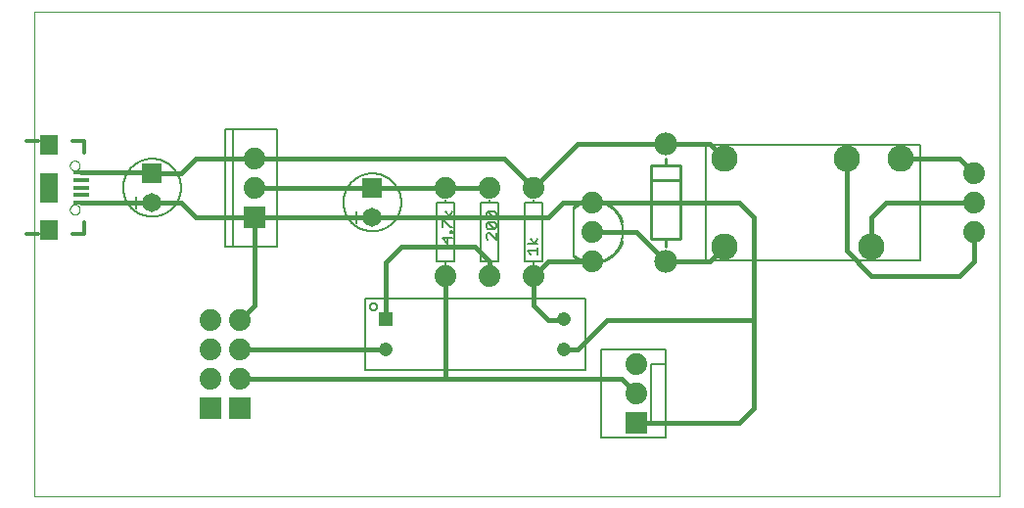
<source format=gtl>
G75*
%MOIN*%
%OFA0B0*%
%FSLAX25Y25*%
%IPPOS*%
%LPD*%
%AMOC8*
5,1,8,0,0,1.08239X$1,22.5*
%
%ADD10C,0.00000*%
%ADD11C,0.00800*%
%ADD12R,0.06500X0.06500*%
%ADD13C,0.06500*%
%ADD14R,0.07400X0.07400*%
%ADD15C,0.07400*%
%ADD16C,0.00500*%
%ADD17C,0.00080*%
%ADD18C,0.00600*%
%ADD19C,0.09000*%
%ADD20R,0.05709X0.01575*%
%ADD21C,0.01200*%
%ADD22R,0.05906X0.07087*%
%ADD23R,0.05906X0.09843*%
%ADD24C,0.01000*%
%ADD25C,0.07800*%
%ADD26R,0.04756X0.04756*%
%ADD27C,0.04756*%
%ADD28C,0.01600*%
D10*
X0016346Y0001000D02*
X0016346Y0165961D01*
X0345047Y0165961D01*
X0345047Y0001000D01*
X0016346Y0001000D01*
X0028335Y0098520D02*
X0028337Y0098601D01*
X0028343Y0098683D01*
X0028353Y0098764D01*
X0028367Y0098844D01*
X0028384Y0098923D01*
X0028406Y0099002D01*
X0028431Y0099079D01*
X0028460Y0099156D01*
X0028493Y0099230D01*
X0028530Y0099303D01*
X0028569Y0099374D01*
X0028613Y0099443D01*
X0028659Y0099510D01*
X0028709Y0099574D01*
X0028762Y0099636D01*
X0028818Y0099696D01*
X0028876Y0099752D01*
X0028938Y0099806D01*
X0029002Y0099857D01*
X0029068Y0099904D01*
X0029136Y0099948D01*
X0029207Y0099989D01*
X0029279Y0100026D01*
X0029354Y0100060D01*
X0029429Y0100090D01*
X0029507Y0100116D01*
X0029585Y0100139D01*
X0029664Y0100157D01*
X0029744Y0100172D01*
X0029825Y0100183D01*
X0029906Y0100190D01*
X0029988Y0100193D01*
X0030069Y0100192D01*
X0030150Y0100187D01*
X0030231Y0100178D01*
X0030312Y0100165D01*
X0030392Y0100148D01*
X0030470Y0100128D01*
X0030548Y0100103D01*
X0030625Y0100075D01*
X0030700Y0100043D01*
X0030773Y0100008D01*
X0030844Y0099969D01*
X0030914Y0099926D01*
X0030981Y0099881D01*
X0031047Y0099832D01*
X0031109Y0099780D01*
X0031169Y0099724D01*
X0031226Y0099666D01*
X0031281Y0099606D01*
X0031332Y0099542D01*
X0031380Y0099477D01*
X0031425Y0099409D01*
X0031467Y0099339D01*
X0031505Y0099267D01*
X0031540Y0099193D01*
X0031571Y0099118D01*
X0031598Y0099041D01*
X0031621Y0098963D01*
X0031641Y0098884D01*
X0031657Y0098804D01*
X0031669Y0098723D01*
X0031677Y0098642D01*
X0031681Y0098561D01*
X0031681Y0098479D01*
X0031677Y0098398D01*
X0031669Y0098317D01*
X0031657Y0098236D01*
X0031641Y0098156D01*
X0031621Y0098077D01*
X0031598Y0097999D01*
X0031571Y0097922D01*
X0031540Y0097847D01*
X0031505Y0097773D01*
X0031467Y0097701D01*
X0031425Y0097631D01*
X0031380Y0097563D01*
X0031332Y0097498D01*
X0031281Y0097434D01*
X0031226Y0097374D01*
X0031169Y0097316D01*
X0031109Y0097260D01*
X0031047Y0097208D01*
X0030981Y0097159D01*
X0030914Y0097114D01*
X0030845Y0097071D01*
X0030773Y0097032D01*
X0030700Y0096997D01*
X0030625Y0096965D01*
X0030548Y0096937D01*
X0030470Y0096912D01*
X0030392Y0096892D01*
X0030312Y0096875D01*
X0030231Y0096862D01*
X0030150Y0096853D01*
X0030069Y0096848D01*
X0029988Y0096847D01*
X0029906Y0096850D01*
X0029825Y0096857D01*
X0029744Y0096868D01*
X0029664Y0096883D01*
X0029585Y0096901D01*
X0029507Y0096924D01*
X0029429Y0096950D01*
X0029354Y0096980D01*
X0029279Y0097014D01*
X0029207Y0097051D01*
X0029136Y0097092D01*
X0029068Y0097136D01*
X0029002Y0097183D01*
X0028938Y0097234D01*
X0028876Y0097288D01*
X0028818Y0097344D01*
X0028762Y0097404D01*
X0028709Y0097466D01*
X0028659Y0097530D01*
X0028613Y0097597D01*
X0028569Y0097666D01*
X0028530Y0097737D01*
X0028493Y0097810D01*
X0028460Y0097884D01*
X0028431Y0097961D01*
X0028406Y0098038D01*
X0028384Y0098117D01*
X0028367Y0098196D01*
X0028353Y0098276D01*
X0028343Y0098357D01*
X0028337Y0098439D01*
X0028335Y0098520D01*
X0028335Y0113480D02*
X0028337Y0113561D01*
X0028343Y0113643D01*
X0028353Y0113724D01*
X0028367Y0113804D01*
X0028384Y0113883D01*
X0028406Y0113962D01*
X0028431Y0114039D01*
X0028460Y0114116D01*
X0028493Y0114190D01*
X0028530Y0114263D01*
X0028569Y0114334D01*
X0028613Y0114403D01*
X0028659Y0114470D01*
X0028709Y0114534D01*
X0028762Y0114596D01*
X0028818Y0114656D01*
X0028876Y0114712D01*
X0028938Y0114766D01*
X0029002Y0114817D01*
X0029068Y0114864D01*
X0029136Y0114908D01*
X0029207Y0114949D01*
X0029279Y0114986D01*
X0029354Y0115020D01*
X0029429Y0115050D01*
X0029507Y0115076D01*
X0029585Y0115099D01*
X0029664Y0115117D01*
X0029744Y0115132D01*
X0029825Y0115143D01*
X0029906Y0115150D01*
X0029988Y0115153D01*
X0030069Y0115152D01*
X0030150Y0115147D01*
X0030231Y0115138D01*
X0030312Y0115125D01*
X0030392Y0115108D01*
X0030470Y0115088D01*
X0030548Y0115063D01*
X0030625Y0115035D01*
X0030700Y0115003D01*
X0030773Y0114968D01*
X0030844Y0114929D01*
X0030914Y0114886D01*
X0030981Y0114841D01*
X0031047Y0114792D01*
X0031109Y0114740D01*
X0031169Y0114684D01*
X0031226Y0114626D01*
X0031281Y0114566D01*
X0031332Y0114502D01*
X0031380Y0114437D01*
X0031425Y0114369D01*
X0031467Y0114299D01*
X0031505Y0114227D01*
X0031540Y0114153D01*
X0031571Y0114078D01*
X0031598Y0114001D01*
X0031621Y0113923D01*
X0031641Y0113844D01*
X0031657Y0113764D01*
X0031669Y0113683D01*
X0031677Y0113602D01*
X0031681Y0113521D01*
X0031681Y0113439D01*
X0031677Y0113358D01*
X0031669Y0113277D01*
X0031657Y0113196D01*
X0031641Y0113116D01*
X0031621Y0113037D01*
X0031598Y0112959D01*
X0031571Y0112882D01*
X0031540Y0112807D01*
X0031505Y0112733D01*
X0031467Y0112661D01*
X0031425Y0112591D01*
X0031380Y0112523D01*
X0031332Y0112458D01*
X0031281Y0112394D01*
X0031226Y0112334D01*
X0031169Y0112276D01*
X0031109Y0112220D01*
X0031047Y0112168D01*
X0030981Y0112119D01*
X0030914Y0112074D01*
X0030845Y0112031D01*
X0030773Y0111992D01*
X0030700Y0111957D01*
X0030625Y0111925D01*
X0030548Y0111897D01*
X0030470Y0111872D01*
X0030392Y0111852D01*
X0030312Y0111835D01*
X0030231Y0111822D01*
X0030150Y0111813D01*
X0030069Y0111808D01*
X0029988Y0111807D01*
X0029906Y0111810D01*
X0029825Y0111817D01*
X0029744Y0111828D01*
X0029664Y0111843D01*
X0029585Y0111861D01*
X0029507Y0111884D01*
X0029429Y0111910D01*
X0029354Y0111940D01*
X0029279Y0111974D01*
X0029207Y0112011D01*
X0029136Y0112052D01*
X0029068Y0112096D01*
X0029002Y0112143D01*
X0028938Y0112194D01*
X0028876Y0112248D01*
X0028818Y0112304D01*
X0028762Y0112364D01*
X0028709Y0112426D01*
X0028659Y0112490D01*
X0028613Y0112557D01*
X0028569Y0112626D01*
X0028530Y0112697D01*
X0028493Y0112770D01*
X0028460Y0112844D01*
X0028431Y0112921D01*
X0028406Y0112998D01*
X0028384Y0113077D01*
X0028367Y0113156D01*
X0028353Y0113236D01*
X0028343Y0113317D01*
X0028337Y0113399D01*
X0028335Y0113480D01*
D11*
X0050846Y0103000D02*
X0050846Y0099000D01*
X0046503Y0106000D02*
X0046506Y0106242D01*
X0046515Y0106483D01*
X0046530Y0106724D01*
X0046550Y0106965D01*
X0046577Y0107205D01*
X0046610Y0107444D01*
X0046648Y0107683D01*
X0046692Y0107920D01*
X0046742Y0108157D01*
X0046798Y0108392D01*
X0046860Y0108625D01*
X0046927Y0108857D01*
X0047000Y0109088D01*
X0047078Y0109316D01*
X0047163Y0109542D01*
X0047252Y0109767D01*
X0047347Y0109989D01*
X0047448Y0110208D01*
X0047554Y0110426D01*
X0047665Y0110640D01*
X0047782Y0110852D01*
X0047903Y0111060D01*
X0048030Y0111266D01*
X0048162Y0111468D01*
X0048299Y0111668D01*
X0048440Y0111863D01*
X0048586Y0112056D01*
X0048737Y0112244D01*
X0048893Y0112429D01*
X0049053Y0112610D01*
X0049217Y0112787D01*
X0049386Y0112960D01*
X0049559Y0113129D01*
X0049736Y0113293D01*
X0049917Y0113453D01*
X0050102Y0113609D01*
X0050290Y0113760D01*
X0050483Y0113906D01*
X0050678Y0114047D01*
X0050878Y0114184D01*
X0051080Y0114316D01*
X0051286Y0114443D01*
X0051494Y0114564D01*
X0051706Y0114681D01*
X0051920Y0114792D01*
X0052138Y0114898D01*
X0052357Y0114999D01*
X0052579Y0115094D01*
X0052804Y0115183D01*
X0053030Y0115268D01*
X0053258Y0115346D01*
X0053489Y0115419D01*
X0053721Y0115486D01*
X0053954Y0115548D01*
X0054189Y0115604D01*
X0054426Y0115654D01*
X0054663Y0115698D01*
X0054902Y0115736D01*
X0055141Y0115769D01*
X0055381Y0115796D01*
X0055622Y0115816D01*
X0055863Y0115831D01*
X0056104Y0115840D01*
X0056346Y0115843D01*
X0056588Y0115840D01*
X0056829Y0115831D01*
X0057070Y0115816D01*
X0057311Y0115796D01*
X0057551Y0115769D01*
X0057790Y0115736D01*
X0058029Y0115698D01*
X0058266Y0115654D01*
X0058503Y0115604D01*
X0058738Y0115548D01*
X0058971Y0115486D01*
X0059203Y0115419D01*
X0059434Y0115346D01*
X0059662Y0115268D01*
X0059888Y0115183D01*
X0060113Y0115094D01*
X0060335Y0114999D01*
X0060554Y0114898D01*
X0060772Y0114792D01*
X0060986Y0114681D01*
X0061198Y0114564D01*
X0061406Y0114443D01*
X0061612Y0114316D01*
X0061814Y0114184D01*
X0062014Y0114047D01*
X0062209Y0113906D01*
X0062402Y0113760D01*
X0062590Y0113609D01*
X0062775Y0113453D01*
X0062956Y0113293D01*
X0063133Y0113129D01*
X0063306Y0112960D01*
X0063475Y0112787D01*
X0063639Y0112610D01*
X0063799Y0112429D01*
X0063955Y0112244D01*
X0064106Y0112056D01*
X0064252Y0111863D01*
X0064393Y0111668D01*
X0064530Y0111468D01*
X0064662Y0111266D01*
X0064789Y0111060D01*
X0064910Y0110852D01*
X0065027Y0110640D01*
X0065138Y0110426D01*
X0065244Y0110208D01*
X0065345Y0109989D01*
X0065440Y0109767D01*
X0065529Y0109542D01*
X0065614Y0109316D01*
X0065692Y0109088D01*
X0065765Y0108857D01*
X0065832Y0108625D01*
X0065894Y0108392D01*
X0065950Y0108157D01*
X0066000Y0107920D01*
X0066044Y0107683D01*
X0066082Y0107444D01*
X0066115Y0107205D01*
X0066142Y0106965D01*
X0066162Y0106724D01*
X0066177Y0106483D01*
X0066186Y0106242D01*
X0066189Y0106000D01*
X0066186Y0105758D01*
X0066177Y0105517D01*
X0066162Y0105276D01*
X0066142Y0105035D01*
X0066115Y0104795D01*
X0066082Y0104556D01*
X0066044Y0104317D01*
X0066000Y0104080D01*
X0065950Y0103843D01*
X0065894Y0103608D01*
X0065832Y0103375D01*
X0065765Y0103143D01*
X0065692Y0102912D01*
X0065614Y0102684D01*
X0065529Y0102458D01*
X0065440Y0102233D01*
X0065345Y0102011D01*
X0065244Y0101792D01*
X0065138Y0101574D01*
X0065027Y0101360D01*
X0064910Y0101148D01*
X0064789Y0100940D01*
X0064662Y0100734D01*
X0064530Y0100532D01*
X0064393Y0100332D01*
X0064252Y0100137D01*
X0064106Y0099944D01*
X0063955Y0099756D01*
X0063799Y0099571D01*
X0063639Y0099390D01*
X0063475Y0099213D01*
X0063306Y0099040D01*
X0063133Y0098871D01*
X0062956Y0098707D01*
X0062775Y0098547D01*
X0062590Y0098391D01*
X0062402Y0098240D01*
X0062209Y0098094D01*
X0062014Y0097953D01*
X0061814Y0097816D01*
X0061612Y0097684D01*
X0061406Y0097557D01*
X0061198Y0097436D01*
X0060986Y0097319D01*
X0060772Y0097208D01*
X0060554Y0097102D01*
X0060335Y0097001D01*
X0060113Y0096906D01*
X0059888Y0096817D01*
X0059662Y0096732D01*
X0059434Y0096654D01*
X0059203Y0096581D01*
X0058971Y0096514D01*
X0058738Y0096452D01*
X0058503Y0096396D01*
X0058266Y0096346D01*
X0058029Y0096302D01*
X0057790Y0096264D01*
X0057551Y0096231D01*
X0057311Y0096204D01*
X0057070Y0096184D01*
X0056829Y0096169D01*
X0056588Y0096160D01*
X0056346Y0096157D01*
X0056104Y0096160D01*
X0055863Y0096169D01*
X0055622Y0096184D01*
X0055381Y0096204D01*
X0055141Y0096231D01*
X0054902Y0096264D01*
X0054663Y0096302D01*
X0054426Y0096346D01*
X0054189Y0096396D01*
X0053954Y0096452D01*
X0053721Y0096514D01*
X0053489Y0096581D01*
X0053258Y0096654D01*
X0053030Y0096732D01*
X0052804Y0096817D01*
X0052579Y0096906D01*
X0052357Y0097001D01*
X0052138Y0097102D01*
X0051920Y0097208D01*
X0051706Y0097319D01*
X0051494Y0097436D01*
X0051286Y0097557D01*
X0051080Y0097684D01*
X0050878Y0097816D01*
X0050678Y0097953D01*
X0050483Y0098094D01*
X0050290Y0098240D01*
X0050102Y0098391D01*
X0049917Y0098547D01*
X0049736Y0098707D01*
X0049559Y0098871D01*
X0049386Y0099040D01*
X0049217Y0099213D01*
X0049053Y0099390D01*
X0048893Y0099571D01*
X0048737Y0099756D01*
X0048586Y0099944D01*
X0048440Y0100137D01*
X0048299Y0100332D01*
X0048162Y0100532D01*
X0048030Y0100734D01*
X0047903Y0100940D01*
X0047782Y0101148D01*
X0047665Y0101360D01*
X0047554Y0101574D01*
X0047448Y0101792D01*
X0047347Y0102011D01*
X0047252Y0102233D01*
X0047163Y0102458D01*
X0047078Y0102684D01*
X0047000Y0102912D01*
X0046927Y0103143D01*
X0046860Y0103375D01*
X0046798Y0103608D01*
X0046742Y0103843D01*
X0046692Y0104080D01*
X0046648Y0104317D01*
X0046610Y0104556D01*
X0046577Y0104795D01*
X0046550Y0105035D01*
X0046530Y0105276D01*
X0046515Y0105517D01*
X0046506Y0105758D01*
X0046503Y0106000D01*
X0081346Y0086000D02*
X0081346Y0126000D01*
X0083846Y0126000D01*
X0083846Y0086000D01*
X0081346Y0086000D01*
X0083846Y0086000D02*
X0098846Y0086000D01*
X0098846Y0126000D01*
X0083846Y0126000D01*
X0121503Y0101000D02*
X0121506Y0101242D01*
X0121515Y0101483D01*
X0121530Y0101724D01*
X0121550Y0101965D01*
X0121577Y0102205D01*
X0121610Y0102444D01*
X0121648Y0102683D01*
X0121692Y0102920D01*
X0121742Y0103157D01*
X0121798Y0103392D01*
X0121860Y0103625D01*
X0121927Y0103857D01*
X0122000Y0104088D01*
X0122078Y0104316D01*
X0122163Y0104542D01*
X0122252Y0104767D01*
X0122347Y0104989D01*
X0122448Y0105208D01*
X0122554Y0105426D01*
X0122665Y0105640D01*
X0122782Y0105852D01*
X0122903Y0106060D01*
X0123030Y0106266D01*
X0123162Y0106468D01*
X0123299Y0106668D01*
X0123440Y0106863D01*
X0123586Y0107056D01*
X0123737Y0107244D01*
X0123893Y0107429D01*
X0124053Y0107610D01*
X0124217Y0107787D01*
X0124386Y0107960D01*
X0124559Y0108129D01*
X0124736Y0108293D01*
X0124917Y0108453D01*
X0125102Y0108609D01*
X0125290Y0108760D01*
X0125483Y0108906D01*
X0125678Y0109047D01*
X0125878Y0109184D01*
X0126080Y0109316D01*
X0126286Y0109443D01*
X0126494Y0109564D01*
X0126706Y0109681D01*
X0126920Y0109792D01*
X0127138Y0109898D01*
X0127357Y0109999D01*
X0127579Y0110094D01*
X0127804Y0110183D01*
X0128030Y0110268D01*
X0128258Y0110346D01*
X0128489Y0110419D01*
X0128721Y0110486D01*
X0128954Y0110548D01*
X0129189Y0110604D01*
X0129426Y0110654D01*
X0129663Y0110698D01*
X0129902Y0110736D01*
X0130141Y0110769D01*
X0130381Y0110796D01*
X0130622Y0110816D01*
X0130863Y0110831D01*
X0131104Y0110840D01*
X0131346Y0110843D01*
X0131588Y0110840D01*
X0131829Y0110831D01*
X0132070Y0110816D01*
X0132311Y0110796D01*
X0132551Y0110769D01*
X0132790Y0110736D01*
X0133029Y0110698D01*
X0133266Y0110654D01*
X0133503Y0110604D01*
X0133738Y0110548D01*
X0133971Y0110486D01*
X0134203Y0110419D01*
X0134434Y0110346D01*
X0134662Y0110268D01*
X0134888Y0110183D01*
X0135113Y0110094D01*
X0135335Y0109999D01*
X0135554Y0109898D01*
X0135772Y0109792D01*
X0135986Y0109681D01*
X0136198Y0109564D01*
X0136406Y0109443D01*
X0136612Y0109316D01*
X0136814Y0109184D01*
X0137014Y0109047D01*
X0137209Y0108906D01*
X0137402Y0108760D01*
X0137590Y0108609D01*
X0137775Y0108453D01*
X0137956Y0108293D01*
X0138133Y0108129D01*
X0138306Y0107960D01*
X0138475Y0107787D01*
X0138639Y0107610D01*
X0138799Y0107429D01*
X0138955Y0107244D01*
X0139106Y0107056D01*
X0139252Y0106863D01*
X0139393Y0106668D01*
X0139530Y0106468D01*
X0139662Y0106266D01*
X0139789Y0106060D01*
X0139910Y0105852D01*
X0140027Y0105640D01*
X0140138Y0105426D01*
X0140244Y0105208D01*
X0140345Y0104989D01*
X0140440Y0104767D01*
X0140529Y0104542D01*
X0140614Y0104316D01*
X0140692Y0104088D01*
X0140765Y0103857D01*
X0140832Y0103625D01*
X0140894Y0103392D01*
X0140950Y0103157D01*
X0141000Y0102920D01*
X0141044Y0102683D01*
X0141082Y0102444D01*
X0141115Y0102205D01*
X0141142Y0101965D01*
X0141162Y0101724D01*
X0141177Y0101483D01*
X0141186Y0101242D01*
X0141189Y0101000D01*
X0141186Y0100758D01*
X0141177Y0100517D01*
X0141162Y0100276D01*
X0141142Y0100035D01*
X0141115Y0099795D01*
X0141082Y0099556D01*
X0141044Y0099317D01*
X0141000Y0099080D01*
X0140950Y0098843D01*
X0140894Y0098608D01*
X0140832Y0098375D01*
X0140765Y0098143D01*
X0140692Y0097912D01*
X0140614Y0097684D01*
X0140529Y0097458D01*
X0140440Y0097233D01*
X0140345Y0097011D01*
X0140244Y0096792D01*
X0140138Y0096574D01*
X0140027Y0096360D01*
X0139910Y0096148D01*
X0139789Y0095940D01*
X0139662Y0095734D01*
X0139530Y0095532D01*
X0139393Y0095332D01*
X0139252Y0095137D01*
X0139106Y0094944D01*
X0138955Y0094756D01*
X0138799Y0094571D01*
X0138639Y0094390D01*
X0138475Y0094213D01*
X0138306Y0094040D01*
X0138133Y0093871D01*
X0137956Y0093707D01*
X0137775Y0093547D01*
X0137590Y0093391D01*
X0137402Y0093240D01*
X0137209Y0093094D01*
X0137014Y0092953D01*
X0136814Y0092816D01*
X0136612Y0092684D01*
X0136406Y0092557D01*
X0136198Y0092436D01*
X0135986Y0092319D01*
X0135772Y0092208D01*
X0135554Y0092102D01*
X0135335Y0092001D01*
X0135113Y0091906D01*
X0134888Y0091817D01*
X0134662Y0091732D01*
X0134434Y0091654D01*
X0134203Y0091581D01*
X0133971Y0091514D01*
X0133738Y0091452D01*
X0133503Y0091396D01*
X0133266Y0091346D01*
X0133029Y0091302D01*
X0132790Y0091264D01*
X0132551Y0091231D01*
X0132311Y0091204D01*
X0132070Y0091184D01*
X0131829Y0091169D01*
X0131588Y0091160D01*
X0131346Y0091157D01*
X0131104Y0091160D01*
X0130863Y0091169D01*
X0130622Y0091184D01*
X0130381Y0091204D01*
X0130141Y0091231D01*
X0129902Y0091264D01*
X0129663Y0091302D01*
X0129426Y0091346D01*
X0129189Y0091396D01*
X0128954Y0091452D01*
X0128721Y0091514D01*
X0128489Y0091581D01*
X0128258Y0091654D01*
X0128030Y0091732D01*
X0127804Y0091817D01*
X0127579Y0091906D01*
X0127357Y0092001D01*
X0127138Y0092102D01*
X0126920Y0092208D01*
X0126706Y0092319D01*
X0126494Y0092436D01*
X0126286Y0092557D01*
X0126080Y0092684D01*
X0125878Y0092816D01*
X0125678Y0092953D01*
X0125483Y0093094D01*
X0125290Y0093240D01*
X0125102Y0093391D01*
X0124917Y0093547D01*
X0124736Y0093707D01*
X0124559Y0093871D01*
X0124386Y0094040D01*
X0124217Y0094213D01*
X0124053Y0094390D01*
X0123893Y0094571D01*
X0123737Y0094756D01*
X0123586Y0094944D01*
X0123440Y0095137D01*
X0123299Y0095332D01*
X0123162Y0095532D01*
X0123030Y0095734D01*
X0122903Y0095940D01*
X0122782Y0096148D01*
X0122665Y0096360D01*
X0122554Y0096574D01*
X0122448Y0096792D01*
X0122347Y0097011D01*
X0122252Y0097233D01*
X0122163Y0097458D01*
X0122078Y0097684D01*
X0122000Y0097912D01*
X0121927Y0098143D01*
X0121860Y0098375D01*
X0121798Y0098608D01*
X0121742Y0098843D01*
X0121692Y0099080D01*
X0121648Y0099317D01*
X0121610Y0099556D01*
X0121577Y0099795D01*
X0121550Y0100035D01*
X0121530Y0100276D01*
X0121515Y0100517D01*
X0121506Y0100758D01*
X0121503Y0101000D01*
X0125846Y0098000D02*
X0125846Y0094000D01*
X0153346Y0101000D02*
X0153346Y0081000D01*
X0156346Y0081000D01*
X0156346Y0080000D01*
X0156346Y0081000D02*
X0159346Y0081000D01*
X0159346Y0101000D01*
X0156346Y0101000D01*
X0156346Y0102000D01*
X0156346Y0101000D02*
X0153346Y0101000D01*
X0168346Y0101000D02*
X0171346Y0101000D01*
X0171346Y0102000D01*
X0171346Y0101000D02*
X0174346Y0101000D01*
X0174346Y0081000D01*
X0171346Y0081000D01*
X0171346Y0080000D01*
X0171346Y0081000D02*
X0168346Y0081000D01*
X0168346Y0101000D01*
X0183346Y0101000D02*
X0186346Y0101000D01*
X0186346Y0102000D01*
X0186346Y0101000D02*
X0189346Y0101000D01*
X0189346Y0081000D01*
X0186346Y0081000D01*
X0186346Y0080000D01*
X0186346Y0081000D02*
X0183346Y0081000D01*
X0183346Y0101000D01*
X0199846Y0099246D02*
X0199846Y0082754D01*
X0216346Y0088500D02*
X0216403Y0088775D01*
X0216454Y0089052D01*
X0216498Y0089330D01*
X0216536Y0089608D01*
X0216566Y0089888D01*
X0216590Y0090168D01*
X0216607Y0090449D01*
X0216617Y0090730D01*
X0216620Y0091011D01*
X0216616Y0091292D01*
X0216606Y0091573D01*
X0216588Y0091854D01*
X0216564Y0092134D01*
X0216533Y0092413D01*
X0216495Y0092692D01*
X0216450Y0092970D01*
X0216399Y0093246D01*
X0216341Y0093521D01*
X0216276Y0093795D01*
X0216204Y0094067D01*
X0216126Y0094337D01*
X0216042Y0094605D01*
X0215950Y0094871D01*
X0215853Y0095135D01*
X0215749Y0095396D01*
X0215638Y0095655D01*
X0215521Y0095911D01*
X0215398Y0096164D01*
X0215269Y0096413D01*
X0215134Y0096660D01*
X0214993Y0096903D01*
X0214846Y0097143D01*
X0214693Y0097379D01*
X0214535Y0097611D01*
X0214371Y0097840D01*
X0214201Y0098064D01*
X0214026Y0098284D01*
X0213846Y0098500D01*
X0216346Y0088500D02*
X0216281Y0088225D01*
X0216210Y0087952D01*
X0216132Y0087681D01*
X0216047Y0087411D01*
X0215956Y0087144D01*
X0215858Y0086879D01*
X0215754Y0086617D01*
X0215643Y0086357D01*
X0215527Y0086100D01*
X0215403Y0085846D01*
X0215274Y0085595D01*
X0215139Y0085348D01*
X0214997Y0085103D01*
X0214850Y0084863D01*
X0214696Y0084626D01*
X0214537Y0084392D01*
X0214373Y0084163D01*
X0214202Y0083938D01*
X0214027Y0083717D01*
X0213846Y0083500D01*
X0216346Y0088500D02*
X0216403Y0088774D01*
X0216454Y0089049D01*
X0216498Y0089326D01*
X0216535Y0089603D01*
X0216566Y0089882D01*
X0216589Y0090161D01*
X0216606Y0090440D01*
X0216617Y0090720D01*
X0216620Y0091000D01*
X0216617Y0091280D01*
X0216606Y0091560D01*
X0216589Y0091839D01*
X0216566Y0092118D01*
X0216535Y0092397D01*
X0216498Y0092674D01*
X0216454Y0092951D01*
X0216403Y0093226D01*
X0216346Y0093500D01*
X0245008Y0081315D02*
X0317843Y0081315D01*
X0317843Y0120685D01*
X0245008Y0120685D01*
X0245008Y0081315D01*
X0203748Y0068205D02*
X0203748Y0043795D01*
X0128945Y0043795D01*
X0128945Y0068205D01*
X0203748Y0068205D01*
X0130456Y0065449D02*
X0130458Y0065519D01*
X0130464Y0065590D01*
X0130474Y0065659D01*
X0130488Y0065728D01*
X0130506Y0065797D01*
X0130527Y0065864D01*
X0130552Y0065930D01*
X0130581Y0065994D01*
X0130614Y0066056D01*
X0130650Y0066117D01*
X0130690Y0066175D01*
X0130732Y0066231D01*
X0130778Y0066285D01*
X0130827Y0066336D01*
X0130878Y0066384D01*
X0130933Y0066429D01*
X0130989Y0066471D01*
X0131048Y0066509D01*
X0131109Y0066544D01*
X0131172Y0066576D01*
X0131237Y0066604D01*
X0131303Y0066629D01*
X0131370Y0066649D01*
X0131439Y0066666D01*
X0131508Y0066679D01*
X0131578Y0066688D01*
X0131648Y0066693D01*
X0131719Y0066694D01*
X0131789Y0066691D01*
X0131859Y0066684D01*
X0131929Y0066673D01*
X0131998Y0066658D01*
X0132066Y0066639D01*
X0132132Y0066617D01*
X0132198Y0066591D01*
X0132262Y0066561D01*
X0132324Y0066527D01*
X0132384Y0066490D01*
X0132441Y0066450D01*
X0132497Y0066406D01*
X0132550Y0066360D01*
X0132600Y0066310D01*
X0132647Y0066258D01*
X0132691Y0066203D01*
X0132732Y0066146D01*
X0132770Y0066087D01*
X0132805Y0066025D01*
X0132835Y0065962D01*
X0132863Y0065897D01*
X0132886Y0065830D01*
X0132906Y0065763D01*
X0132922Y0065694D01*
X0132934Y0065625D01*
X0132942Y0065555D01*
X0132946Y0065484D01*
X0132946Y0065414D01*
X0132942Y0065343D01*
X0132934Y0065273D01*
X0132922Y0065204D01*
X0132906Y0065135D01*
X0132886Y0065068D01*
X0132863Y0065001D01*
X0132835Y0064936D01*
X0132805Y0064873D01*
X0132770Y0064811D01*
X0132732Y0064752D01*
X0132691Y0064695D01*
X0132647Y0064640D01*
X0132600Y0064588D01*
X0132550Y0064538D01*
X0132497Y0064492D01*
X0132441Y0064448D01*
X0132384Y0064408D01*
X0132323Y0064371D01*
X0132262Y0064337D01*
X0132198Y0064307D01*
X0132132Y0064281D01*
X0132066Y0064259D01*
X0131998Y0064240D01*
X0131929Y0064225D01*
X0131859Y0064214D01*
X0131789Y0064207D01*
X0131719Y0064204D01*
X0131648Y0064205D01*
X0131578Y0064210D01*
X0131508Y0064219D01*
X0131439Y0064232D01*
X0131370Y0064249D01*
X0131303Y0064269D01*
X0131237Y0064294D01*
X0131172Y0064322D01*
X0131109Y0064354D01*
X0131048Y0064389D01*
X0130989Y0064427D01*
X0130933Y0064469D01*
X0130878Y0064514D01*
X0130827Y0064562D01*
X0130778Y0064613D01*
X0130732Y0064667D01*
X0130690Y0064723D01*
X0130650Y0064781D01*
X0130614Y0064842D01*
X0130581Y0064904D01*
X0130552Y0064968D01*
X0130527Y0065034D01*
X0130506Y0065101D01*
X0130488Y0065170D01*
X0130474Y0065239D01*
X0130464Y0065308D01*
X0130458Y0065379D01*
X0130456Y0065449D01*
D12*
X0131346Y0106000D03*
X0056346Y0111000D03*
D13*
X0056346Y0101000D03*
X0131346Y0096000D03*
D14*
X0091346Y0096000D03*
X0086346Y0031000D03*
X0076346Y0031000D03*
X0221346Y0026000D03*
D15*
X0221346Y0036000D03*
X0221346Y0046000D03*
X0186346Y0076000D03*
X0171346Y0076000D03*
X0156346Y0076000D03*
X0206346Y0081000D03*
X0206346Y0091000D03*
X0206346Y0101000D03*
X0186346Y0106000D03*
X0171346Y0106000D03*
X0156346Y0106000D03*
X0091346Y0106000D03*
X0091346Y0116000D03*
X0086346Y0061000D03*
X0076346Y0061000D03*
X0076346Y0051000D03*
X0086346Y0051000D03*
X0086346Y0041000D03*
X0076346Y0041000D03*
X0336346Y0091000D03*
X0336346Y0101000D03*
X0336346Y0111000D03*
D16*
X0231346Y0051000D02*
X0231346Y0046000D01*
X0226346Y0046000D01*
X0226346Y0026000D01*
X0231346Y0026000D01*
X0231346Y0021000D01*
X0209346Y0021000D01*
X0209346Y0051000D01*
X0231346Y0051000D01*
X0231346Y0046000D02*
X0231346Y0026000D01*
D17*
X0216711Y0094239D02*
X0216023Y0094027D01*
X0216023Y0094028D02*
X0215947Y0094263D01*
X0215864Y0094497D01*
X0215776Y0094729D01*
X0215682Y0094958D01*
X0215582Y0095185D01*
X0215477Y0095409D01*
X0215367Y0095631D01*
X0215251Y0095850D01*
X0215129Y0096067D01*
X0215003Y0096280D01*
X0214871Y0096490D01*
X0214735Y0096697D01*
X0214593Y0096900D01*
X0214446Y0097100D01*
X0214295Y0097296D01*
X0214138Y0097488D01*
X0213977Y0097677D01*
X0213812Y0097861D01*
X0213642Y0098042D01*
X0213468Y0098218D01*
X0213289Y0098390D01*
X0213107Y0098557D01*
X0212920Y0098720D01*
X0212729Y0098879D01*
X0212535Y0099032D01*
X0212336Y0099181D01*
X0212135Y0099325D01*
X0211929Y0099464D01*
X0211721Y0099598D01*
X0211509Y0099727D01*
X0211294Y0099851D01*
X0211076Y0099969D01*
X0210856Y0100082D01*
X0210632Y0100189D01*
X0210407Y0100291D01*
X0210178Y0100388D01*
X0209948Y0100479D01*
X0209715Y0100564D01*
X0209480Y0100643D01*
X0209243Y0100717D01*
X0209005Y0100785D01*
X0208765Y0100847D01*
X0208524Y0100903D01*
X0208281Y0100954D01*
X0208037Y0100998D01*
X0207792Y0101036D01*
X0207546Y0101069D01*
X0207300Y0101095D01*
X0207053Y0101115D01*
X0206806Y0101130D01*
X0206558Y0101138D01*
X0206310Y0101140D01*
X0206062Y0101136D01*
X0205814Y0101126D01*
X0205567Y0101110D01*
X0205320Y0101088D01*
X0205074Y0101060D01*
X0204828Y0101026D01*
X0204584Y0100986D01*
X0204340Y0100940D01*
X0204098Y0100888D01*
X0203857Y0100830D01*
X0203617Y0100766D01*
X0203380Y0100696D01*
X0203143Y0100621D01*
X0202909Y0100540D01*
X0202677Y0100453D01*
X0202447Y0100360D01*
X0202219Y0100262D01*
X0201994Y0100159D01*
X0201772Y0100050D01*
X0201552Y0099935D01*
X0201335Y0099815D01*
X0201121Y0099690D01*
X0200910Y0099560D01*
X0200703Y0099424D01*
X0200498Y0099284D01*
X0200298Y0099139D01*
X0200100Y0098988D01*
X0199655Y0099553D01*
X0199655Y0099554D01*
X0199866Y0099715D01*
X0200081Y0099871D01*
X0200300Y0100021D01*
X0200522Y0100166D01*
X0200748Y0100306D01*
X0200977Y0100440D01*
X0201209Y0100568D01*
X0201445Y0100691D01*
X0201683Y0100808D01*
X0201925Y0100919D01*
X0202168Y0101024D01*
X0202415Y0101123D01*
X0202663Y0101217D01*
X0202914Y0101304D01*
X0203167Y0101384D01*
X0203422Y0101459D01*
X0203679Y0101527D01*
X0203937Y0101589D01*
X0204196Y0101645D01*
X0204457Y0101695D01*
X0204719Y0101737D01*
X0204982Y0101774D01*
X0205246Y0101804D01*
X0205511Y0101828D01*
X0205776Y0101845D01*
X0206041Y0101856D01*
X0206306Y0101860D01*
X0206572Y0101858D01*
X0206837Y0101849D01*
X0207103Y0101834D01*
X0207367Y0101812D01*
X0207631Y0101784D01*
X0207894Y0101749D01*
X0208157Y0101708D01*
X0208418Y0101660D01*
X0208678Y0101607D01*
X0208937Y0101546D01*
X0209194Y0101480D01*
X0209449Y0101407D01*
X0209703Y0101328D01*
X0209954Y0101243D01*
X0210204Y0101152D01*
X0210451Y0101054D01*
X0210695Y0100951D01*
X0210937Y0100842D01*
X0211176Y0100727D01*
X0211413Y0100606D01*
X0211646Y0100479D01*
X0211876Y0100346D01*
X0212103Y0100208D01*
X0212327Y0100065D01*
X0212546Y0099916D01*
X0212763Y0099762D01*
X0212975Y0099602D01*
X0213183Y0099438D01*
X0213387Y0099268D01*
X0213587Y0099093D01*
X0213783Y0098914D01*
X0213974Y0098730D01*
X0214161Y0098541D01*
X0214343Y0098347D01*
X0214520Y0098150D01*
X0214693Y0097948D01*
X0214860Y0097742D01*
X0215022Y0097531D01*
X0215180Y0097317D01*
X0215331Y0097099D01*
X0215478Y0096878D01*
X0215619Y0096653D01*
X0215754Y0096425D01*
X0215884Y0096193D01*
X0216008Y0095958D01*
X0216126Y0095720D01*
X0216239Y0095480D01*
X0216346Y0095237D01*
X0216446Y0094991D01*
X0216541Y0094743D01*
X0216629Y0094492D01*
X0216711Y0094240D01*
X0216640Y0094218D01*
X0216558Y0094469D01*
X0216470Y0094717D01*
X0216376Y0094964D01*
X0216276Y0095208D01*
X0216171Y0095449D01*
X0216059Y0095688D01*
X0215941Y0095924D01*
X0215818Y0096157D01*
X0215689Y0096387D01*
X0215555Y0096614D01*
X0215415Y0096838D01*
X0215269Y0097057D01*
X0215118Y0097274D01*
X0214962Y0097486D01*
X0214801Y0097695D01*
X0214635Y0097900D01*
X0214464Y0098100D01*
X0214288Y0098297D01*
X0214107Y0098489D01*
X0213922Y0098676D01*
X0213732Y0098859D01*
X0213537Y0099037D01*
X0213339Y0099211D01*
X0213136Y0099379D01*
X0212929Y0099543D01*
X0212718Y0099701D01*
X0212504Y0099854D01*
X0212285Y0100002D01*
X0212063Y0100145D01*
X0211838Y0100282D01*
X0211609Y0100413D01*
X0211378Y0100539D01*
X0211143Y0100659D01*
X0210905Y0100774D01*
X0210665Y0100882D01*
X0210422Y0100985D01*
X0210177Y0101082D01*
X0209929Y0101172D01*
X0209680Y0101257D01*
X0209428Y0101335D01*
X0209174Y0101408D01*
X0208919Y0101474D01*
X0208662Y0101533D01*
X0208404Y0101587D01*
X0208144Y0101634D01*
X0207884Y0101675D01*
X0207622Y0101709D01*
X0207360Y0101737D01*
X0207097Y0101759D01*
X0206834Y0101774D01*
X0206571Y0101783D01*
X0206307Y0101785D01*
X0206043Y0101781D01*
X0205780Y0101770D01*
X0205517Y0101753D01*
X0205254Y0101730D01*
X0204992Y0101700D01*
X0204731Y0101663D01*
X0204471Y0101621D01*
X0204211Y0101572D01*
X0203954Y0101516D01*
X0203697Y0101455D01*
X0203442Y0101387D01*
X0203189Y0101313D01*
X0202938Y0101232D01*
X0202689Y0101146D01*
X0202442Y0101054D01*
X0202197Y0100955D01*
X0201955Y0100851D01*
X0201716Y0100740D01*
X0201479Y0100624D01*
X0201245Y0100502D01*
X0201014Y0100375D01*
X0200787Y0100242D01*
X0200562Y0100103D01*
X0200342Y0099959D01*
X0200124Y0099810D01*
X0199911Y0099655D01*
X0199701Y0099495D01*
X0199748Y0099436D01*
X0199956Y0099595D01*
X0200168Y0099748D01*
X0200384Y0099897D01*
X0200603Y0100040D01*
X0200826Y0100178D01*
X0201052Y0100310D01*
X0201281Y0100437D01*
X0201513Y0100558D01*
X0201748Y0100673D01*
X0201986Y0100782D01*
X0202226Y0100886D01*
X0202469Y0100984D01*
X0202715Y0101076D01*
X0202962Y0101161D01*
X0203211Y0101241D01*
X0203463Y0101315D01*
X0203716Y0101382D01*
X0203970Y0101443D01*
X0204226Y0101498D01*
X0204484Y0101547D01*
X0204742Y0101589D01*
X0205001Y0101625D01*
X0205262Y0101655D01*
X0205522Y0101678D01*
X0205784Y0101695D01*
X0206045Y0101706D01*
X0206307Y0101710D01*
X0206569Y0101708D01*
X0206831Y0101699D01*
X0207092Y0101684D01*
X0207353Y0101663D01*
X0207614Y0101635D01*
X0207873Y0101601D01*
X0208132Y0101560D01*
X0208390Y0101513D01*
X0208646Y0101460D01*
X0208901Y0101401D01*
X0209154Y0101335D01*
X0209406Y0101263D01*
X0209656Y0101186D01*
X0209904Y0101102D01*
X0210150Y0101012D01*
X0210394Y0100916D01*
X0210635Y0100814D01*
X0210874Y0100706D01*
X0211110Y0100592D01*
X0211343Y0100473D01*
X0211573Y0100348D01*
X0211800Y0100217D01*
X0212024Y0100081D01*
X0212244Y0099940D01*
X0212461Y0099793D01*
X0212674Y0099641D01*
X0212883Y0099484D01*
X0213089Y0099321D01*
X0213290Y0099154D01*
X0213487Y0098982D01*
X0213680Y0098805D01*
X0213869Y0098623D01*
X0214053Y0098437D01*
X0214233Y0098246D01*
X0214407Y0098051D01*
X0214577Y0097852D01*
X0214742Y0097649D01*
X0214902Y0097441D01*
X0215057Y0097230D01*
X0215207Y0097016D01*
X0215351Y0096797D01*
X0215490Y0096575D01*
X0215624Y0096350D01*
X0215752Y0096122D01*
X0215874Y0095890D01*
X0215991Y0095656D01*
X0216102Y0095418D01*
X0216207Y0095179D01*
X0216306Y0094936D01*
X0216400Y0094692D01*
X0216487Y0094445D01*
X0216568Y0094196D01*
X0216496Y0094174D01*
X0216416Y0094421D01*
X0216329Y0094666D01*
X0216237Y0094909D01*
X0216138Y0095150D01*
X0216034Y0095388D01*
X0215924Y0095623D01*
X0215808Y0095856D01*
X0215686Y0096086D01*
X0215559Y0096313D01*
X0215426Y0096536D01*
X0215288Y0096757D01*
X0215145Y0096974D01*
X0214996Y0097187D01*
X0214842Y0097396D01*
X0214683Y0097602D01*
X0214520Y0097804D01*
X0214351Y0098002D01*
X0214177Y0098196D01*
X0213999Y0098385D01*
X0213816Y0098570D01*
X0213629Y0098750D01*
X0213437Y0098926D01*
X0213241Y0099097D01*
X0213041Y0099263D01*
X0212837Y0099424D01*
X0212629Y0099580D01*
X0212418Y0099731D01*
X0212202Y0099877D01*
X0211984Y0100018D01*
X0211762Y0100153D01*
X0211536Y0100283D01*
X0211308Y0100407D01*
X0211076Y0100525D01*
X0210842Y0100638D01*
X0210605Y0100745D01*
X0210365Y0100846D01*
X0210124Y0100941D01*
X0209879Y0101031D01*
X0209633Y0101114D01*
X0209385Y0101192D01*
X0209135Y0101263D01*
X0208883Y0101328D01*
X0208630Y0101387D01*
X0208375Y0101440D01*
X0208119Y0101486D01*
X0207863Y0101526D01*
X0207605Y0101560D01*
X0207346Y0101588D01*
X0207087Y0101609D01*
X0206827Y0101624D01*
X0206568Y0101633D01*
X0206308Y0101635D01*
X0206048Y0101631D01*
X0205788Y0101620D01*
X0205528Y0101604D01*
X0205269Y0101580D01*
X0205011Y0101551D01*
X0204753Y0101515D01*
X0204497Y0101473D01*
X0204241Y0101425D01*
X0203987Y0101370D01*
X0203734Y0101309D01*
X0203483Y0101242D01*
X0203234Y0101169D01*
X0202986Y0101090D01*
X0202740Y0101005D01*
X0202497Y0100914D01*
X0202255Y0100817D01*
X0202017Y0100714D01*
X0201781Y0100605D01*
X0201547Y0100491D01*
X0201316Y0100371D01*
X0201089Y0100245D01*
X0200864Y0100113D01*
X0200643Y0099977D01*
X0200426Y0099835D01*
X0200211Y0099687D01*
X0200001Y0099535D01*
X0199794Y0099377D01*
X0199840Y0099318D01*
X0200046Y0099475D01*
X0200255Y0099626D01*
X0200468Y0099773D01*
X0200684Y0099914D01*
X0200903Y0100049D01*
X0201126Y0100180D01*
X0201352Y0100305D01*
X0201581Y0100424D01*
X0201813Y0100538D01*
X0202047Y0100646D01*
X0202284Y0100748D01*
X0202524Y0100844D01*
X0202766Y0100935D01*
X0203010Y0101019D01*
X0203256Y0101098D01*
X0203503Y0101170D01*
X0203753Y0101237D01*
X0204004Y0101297D01*
X0204256Y0101351D01*
X0204510Y0101399D01*
X0204765Y0101441D01*
X0205021Y0101476D01*
X0205277Y0101506D01*
X0205534Y0101529D01*
X0205792Y0101545D01*
X0206050Y0101556D01*
X0206308Y0101560D01*
X0206566Y0101558D01*
X0206824Y0101549D01*
X0207082Y0101534D01*
X0207339Y0101513D01*
X0207596Y0101486D01*
X0207852Y0101452D01*
X0208107Y0101412D01*
X0208361Y0101366D01*
X0208614Y0101314D01*
X0208865Y0101255D01*
X0209115Y0101190D01*
X0209363Y0101120D01*
X0209610Y0101043D01*
X0209854Y0100960D01*
X0210097Y0100871D01*
X0210337Y0100777D01*
X0210575Y0100676D01*
X0210810Y0100570D01*
X0211043Y0100458D01*
X0211273Y0100340D01*
X0211500Y0100217D01*
X0211723Y0100088D01*
X0211944Y0099954D01*
X0212161Y0099815D01*
X0212375Y0099670D01*
X0212585Y0099520D01*
X0212791Y0099365D01*
X0212994Y0099205D01*
X0213193Y0099040D01*
X0213387Y0098870D01*
X0213577Y0098696D01*
X0213763Y0098516D01*
X0213945Y0098333D01*
X0214122Y0098145D01*
X0214294Y0097953D01*
X0214462Y0097756D01*
X0214625Y0097556D01*
X0214782Y0097352D01*
X0214935Y0097143D01*
X0215083Y0096932D01*
X0215225Y0096716D01*
X0215362Y0096497D01*
X0215494Y0096275D01*
X0215620Y0096050D01*
X0215741Y0095822D01*
X0215856Y0095591D01*
X0215965Y0095357D01*
X0216069Y0095121D01*
X0216167Y0094882D01*
X0216259Y0094640D01*
X0216345Y0094397D01*
X0216425Y0094152D01*
X0216353Y0094129D01*
X0216274Y0094373D01*
X0216188Y0094615D01*
X0216097Y0094854D01*
X0216000Y0095092D01*
X0215897Y0095326D01*
X0215788Y0095558D01*
X0215674Y0095788D01*
X0215554Y0096015D01*
X0215429Y0096238D01*
X0215298Y0096459D01*
X0215162Y0096676D01*
X0215021Y0096890D01*
X0214874Y0097100D01*
X0214722Y0097307D01*
X0214566Y0097509D01*
X0214404Y0097708D01*
X0214238Y0097903D01*
X0214067Y0098094D01*
X0213891Y0098281D01*
X0213711Y0098463D01*
X0213526Y0098641D01*
X0213337Y0098814D01*
X0213144Y0098983D01*
X0212947Y0099147D01*
X0212746Y0099305D01*
X0212541Y0099459D01*
X0212332Y0099608D01*
X0212120Y0099752D01*
X0211904Y0099891D01*
X0211685Y0100024D01*
X0211463Y0100152D01*
X0211238Y0100274D01*
X0211009Y0100391D01*
X0210778Y0100502D01*
X0210545Y0100608D01*
X0210309Y0100707D01*
X0210070Y0100801D01*
X0209830Y0100889D01*
X0209587Y0100972D01*
X0209342Y0101048D01*
X0209096Y0101118D01*
X0208847Y0101182D01*
X0208598Y0101240D01*
X0208347Y0101292D01*
X0208094Y0101338D01*
X0207841Y0101378D01*
X0207587Y0101411D01*
X0207332Y0101439D01*
X0207077Y0101460D01*
X0206821Y0101474D01*
X0206565Y0101483D01*
X0206308Y0101485D01*
X0206052Y0101481D01*
X0205796Y0101471D01*
X0205540Y0101454D01*
X0205285Y0101431D01*
X0205030Y0101402D01*
X0204776Y0101367D01*
X0204523Y0101325D01*
X0204271Y0101278D01*
X0204021Y0101224D01*
X0203771Y0101164D01*
X0203524Y0101098D01*
X0203278Y0101026D01*
X0203034Y0100948D01*
X0202791Y0100864D01*
X0202551Y0100774D01*
X0202314Y0100679D01*
X0202078Y0100577D01*
X0201845Y0100470D01*
X0201615Y0100357D01*
X0201388Y0100239D01*
X0201163Y0100115D01*
X0200942Y0099985D01*
X0200724Y0099850D01*
X0200509Y0099710D01*
X0200298Y0099565D01*
X0200091Y0099415D01*
X0199887Y0099259D01*
X0199933Y0099200D01*
X0200136Y0099355D01*
X0200342Y0099504D01*
X0200551Y0099648D01*
X0200765Y0099787D01*
X0200981Y0099921D01*
X0201201Y0100050D01*
X0201423Y0100173D01*
X0201649Y0100290D01*
X0201878Y0100402D01*
X0202109Y0100509D01*
X0202343Y0100609D01*
X0202579Y0100704D01*
X0202817Y0100794D01*
X0203057Y0100877D01*
X0203300Y0100954D01*
X0203544Y0101026D01*
X0203790Y0101091D01*
X0204038Y0101151D01*
X0204286Y0101204D01*
X0204536Y0101252D01*
X0204788Y0101293D01*
X0205040Y0101328D01*
X0205292Y0101357D01*
X0205546Y0101379D01*
X0205800Y0101396D01*
X0206054Y0101406D01*
X0206309Y0101410D01*
X0206563Y0101408D01*
X0206817Y0101399D01*
X0207072Y0101385D01*
X0207325Y0101364D01*
X0207578Y0101337D01*
X0207831Y0101304D01*
X0208082Y0101264D01*
X0208332Y0101219D01*
X0208582Y0101167D01*
X0208829Y0101109D01*
X0209076Y0101046D01*
X0209321Y0100976D01*
X0209564Y0100900D01*
X0209805Y0100819D01*
X0210044Y0100731D01*
X0210280Y0100638D01*
X0210515Y0100539D01*
X0210747Y0100434D01*
X0210976Y0100324D01*
X0211203Y0100208D01*
X0211426Y0100086D01*
X0211647Y0099959D01*
X0211864Y0099827D01*
X0212078Y0099690D01*
X0212289Y0099547D01*
X0212496Y0099399D01*
X0212700Y0099246D01*
X0212899Y0099088D01*
X0213095Y0098926D01*
X0213287Y0098758D01*
X0213474Y0098586D01*
X0213658Y0098410D01*
X0213837Y0098229D01*
X0214011Y0098044D01*
X0214181Y0097854D01*
X0214346Y0097661D01*
X0214507Y0097463D01*
X0214662Y0097262D01*
X0214813Y0097056D01*
X0214958Y0096848D01*
X0215099Y0096635D01*
X0215234Y0096420D01*
X0215364Y0096201D01*
X0215488Y0095979D01*
X0215607Y0095754D01*
X0215721Y0095526D01*
X0215828Y0095296D01*
X0215931Y0095062D01*
X0216027Y0094827D01*
X0216118Y0094589D01*
X0216203Y0094349D01*
X0216281Y0094107D01*
X0216210Y0094085D01*
X0216131Y0094325D01*
X0216047Y0094564D01*
X0215957Y0094800D01*
X0215861Y0095033D01*
X0215760Y0095265D01*
X0215653Y0095494D01*
X0215540Y0095720D01*
X0215422Y0095943D01*
X0215299Y0096164D01*
X0215170Y0096381D01*
X0215036Y0096595D01*
X0214896Y0096806D01*
X0214752Y0097013D01*
X0214602Y0097217D01*
X0214448Y0097417D01*
X0214289Y0097613D01*
X0214125Y0097805D01*
X0213956Y0097993D01*
X0213783Y0098177D01*
X0213605Y0098357D01*
X0213423Y0098532D01*
X0213237Y0098703D01*
X0213046Y0098869D01*
X0212852Y0099030D01*
X0212654Y0099187D01*
X0212452Y0099339D01*
X0212246Y0099485D01*
X0212037Y0099627D01*
X0211824Y0099764D01*
X0211609Y0099895D01*
X0211390Y0100021D01*
X0211168Y0100141D01*
X0210943Y0100257D01*
X0210715Y0100366D01*
X0210485Y0100470D01*
X0210252Y0100568D01*
X0210017Y0100661D01*
X0209780Y0100748D01*
X0209540Y0100829D01*
X0209299Y0100904D01*
X0209056Y0100973D01*
X0208812Y0101037D01*
X0208566Y0101094D01*
X0208318Y0101145D01*
X0208070Y0101190D01*
X0207820Y0101229D01*
X0207569Y0101262D01*
X0207318Y0101289D01*
X0207066Y0101310D01*
X0206814Y0101324D01*
X0206562Y0101333D01*
X0206309Y0101335D01*
X0206056Y0101331D01*
X0205804Y0101321D01*
X0205552Y0101304D01*
X0205300Y0101282D01*
X0205049Y0101253D01*
X0204799Y0101219D01*
X0204550Y0101178D01*
X0204301Y0101131D01*
X0204054Y0101078D01*
X0203809Y0101019D01*
X0203564Y0100954D01*
X0203322Y0100883D01*
X0203081Y0100806D01*
X0202843Y0100723D01*
X0202606Y0100635D01*
X0202372Y0100540D01*
X0202140Y0100440D01*
X0201910Y0100335D01*
X0201683Y0100223D01*
X0201459Y0100107D01*
X0201238Y0099984D01*
X0201020Y0099857D01*
X0200805Y0099724D01*
X0200593Y0099586D01*
X0200385Y0099443D01*
X0200181Y0099295D01*
X0199980Y0099141D01*
X0200026Y0099083D01*
X0200226Y0099235D01*
X0200429Y0099382D01*
X0200635Y0099524D01*
X0200845Y0099661D01*
X0201059Y0099793D01*
X0201275Y0099919D01*
X0201495Y0100041D01*
X0201717Y0100157D01*
X0201942Y0100267D01*
X0202170Y0100372D01*
X0202401Y0100471D01*
X0202633Y0100565D01*
X0202868Y0100653D01*
X0203105Y0100735D01*
X0203344Y0100811D01*
X0203585Y0100881D01*
X0203827Y0100946D01*
X0204071Y0101005D01*
X0204316Y0101057D01*
X0204563Y0101104D01*
X0204810Y0101144D01*
X0205059Y0101179D01*
X0205308Y0101207D01*
X0205558Y0101230D01*
X0205808Y0101246D01*
X0206059Y0101256D01*
X0206309Y0101260D01*
X0206560Y0101258D01*
X0206811Y0101249D01*
X0207061Y0101235D01*
X0207311Y0101214D01*
X0207561Y0101188D01*
X0207809Y0101155D01*
X0208057Y0101116D01*
X0208304Y0101071D01*
X0208549Y0101021D01*
X0208794Y0100964D01*
X0209037Y0100901D01*
X0209278Y0100832D01*
X0209517Y0100758D01*
X0209755Y0100677D01*
X0209990Y0100591D01*
X0210224Y0100499D01*
X0210455Y0100401D01*
X0210683Y0100298D01*
X0210909Y0100189D01*
X0211133Y0100075D01*
X0211353Y0099955D01*
X0211570Y0099830D01*
X0211785Y0099700D01*
X0211996Y0099564D01*
X0212203Y0099424D01*
X0212407Y0099278D01*
X0212608Y0099127D01*
X0212805Y0098972D01*
X0212998Y0098812D01*
X0213187Y0098647D01*
X0213372Y0098477D01*
X0213552Y0098303D01*
X0213729Y0098125D01*
X0213901Y0097942D01*
X0214068Y0097756D01*
X0214231Y0097565D01*
X0214389Y0097370D01*
X0214542Y0097172D01*
X0214691Y0096969D01*
X0214834Y0096764D01*
X0214972Y0096555D01*
X0215106Y0096342D01*
X0215234Y0096126D01*
X0215356Y0095908D01*
X0215473Y0095686D01*
X0215585Y0095461D01*
X0215692Y0095234D01*
X0215792Y0095004D01*
X0215887Y0094772D01*
X0215977Y0094538D01*
X0216060Y0094301D01*
X0216138Y0094063D01*
X0216066Y0094041D01*
X0215989Y0094278D01*
X0215906Y0094512D01*
X0215817Y0094745D01*
X0215723Y0094975D01*
X0215623Y0095203D01*
X0215518Y0095429D01*
X0215407Y0095652D01*
X0215290Y0095872D01*
X0215168Y0096089D01*
X0215041Y0096303D01*
X0214909Y0096514D01*
X0214772Y0096722D01*
X0214630Y0096926D01*
X0214482Y0097127D01*
X0214330Y0097324D01*
X0214173Y0097517D01*
X0214011Y0097706D01*
X0213845Y0097892D01*
X0213675Y0098073D01*
X0213499Y0098250D01*
X0213320Y0098423D01*
X0213137Y0098591D01*
X0212949Y0098755D01*
X0212757Y0098914D01*
X0212562Y0099068D01*
X0212363Y0099218D01*
X0212160Y0099362D01*
X0211954Y0099502D01*
X0211745Y0099636D01*
X0211532Y0099766D01*
X0211316Y0099890D01*
X0211097Y0100009D01*
X0210876Y0100122D01*
X0210652Y0100230D01*
X0210425Y0100333D01*
X0210195Y0100430D01*
X0209964Y0100521D01*
X0209730Y0100606D01*
X0209494Y0100686D01*
X0209256Y0100760D01*
X0209017Y0100829D01*
X0208776Y0100891D01*
X0208533Y0100947D01*
X0208290Y0100998D01*
X0208045Y0101042D01*
X0207799Y0101081D01*
X0207552Y0101113D01*
X0207304Y0101140D01*
X0207056Y0101160D01*
X0206808Y0101175D01*
X0206559Y0101183D01*
X0206310Y0101185D01*
X0206061Y0101181D01*
X0205812Y0101171D01*
X0205564Y0101155D01*
X0205316Y0101133D01*
X0205068Y0101105D01*
X0204822Y0101070D01*
X0204576Y0101030D01*
X0204331Y0100984D01*
X0204088Y0100932D01*
X0203846Y0100873D01*
X0203605Y0100809D01*
X0203366Y0100739D01*
X0203129Y0100664D01*
X0202894Y0100582D01*
X0202661Y0100495D01*
X0202430Y0100402D01*
X0202201Y0100303D01*
X0201975Y0100199D01*
X0201751Y0100090D01*
X0201531Y0099975D01*
X0201313Y0099854D01*
X0201098Y0099729D01*
X0200886Y0099598D01*
X0200677Y0099462D01*
X0200472Y0099321D01*
X0200271Y0099175D01*
X0200073Y0099024D01*
X0199655Y0082447D02*
X0200101Y0083012D01*
X0200100Y0083012D02*
X0200297Y0082862D01*
X0200498Y0082716D01*
X0200702Y0082576D01*
X0200910Y0082440D01*
X0201121Y0082310D01*
X0201335Y0082185D01*
X0201552Y0082065D01*
X0201772Y0081950D01*
X0201994Y0081841D01*
X0202219Y0081738D01*
X0202447Y0081640D01*
X0202677Y0081547D01*
X0202909Y0081460D01*
X0203143Y0081379D01*
X0203379Y0081304D01*
X0203617Y0081234D01*
X0203857Y0081170D01*
X0204098Y0081112D01*
X0204340Y0081060D01*
X0204584Y0081014D01*
X0204828Y0080974D01*
X0205074Y0080940D01*
X0205320Y0080912D01*
X0205567Y0080890D01*
X0205814Y0080874D01*
X0206062Y0080864D01*
X0206310Y0080860D01*
X0206558Y0080862D01*
X0206805Y0080870D01*
X0207053Y0080885D01*
X0207300Y0080905D01*
X0207546Y0080931D01*
X0207792Y0080964D01*
X0208037Y0081002D01*
X0208281Y0081046D01*
X0208524Y0081097D01*
X0208765Y0081153D01*
X0209005Y0081215D01*
X0209243Y0081283D01*
X0209480Y0081356D01*
X0209715Y0081436D01*
X0209948Y0081521D01*
X0210178Y0081612D01*
X0210406Y0081708D01*
X0210632Y0081811D01*
X0210856Y0081918D01*
X0211076Y0082031D01*
X0211294Y0082149D01*
X0211509Y0082273D01*
X0211721Y0082402D01*
X0211929Y0082536D01*
X0212135Y0082675D01*
X0212336Y0082819D01*
X0212534Y0082967D01*
X0212729Y0083121D01*
X0212920Y0083279D01*
X0213106Y0083442D01*
X0213289Y0083610D01*
X0213468Y0083782D01*
X0213642Y0083958D01*
X0213812Y0084139D01*
X0213977Y0084323D01*
X0214138Y0084512D01*
X0214295Y0084704D01*
X0214446Y0084900D01*
X0214593Y0085100D01*
X0214735Y0085303D01*
X0214871Y0085510D01*
X0215003Y0085720D01*
X0215129Y0085933D01*
X0215251Y0086149D01*
X0215366Y0086369D01*
X0215477Y0086590D01*
X0215582Y0086815D01*
X0215682Y0087042D01*
X0215776Y0087271D01*
X0215864Y0087503D01*
X0215947Y0087737D01*
X0216023Y0087972D01*
X0216711Y0087760D01*
X0216629Y0087507D01*
X0216541Y0087257D01*
X0216446Y0087009D01*
X0216345Y0086763D01*
X0216239Y0086520D01*
X0216126Y0086279D01*
X0216008Y0086042D01*
X0215884Y0085807D01*
X0215754Y0085575D01*
X0215619Y0085347D01*
X0215478Y0085122D01*
X0215331Y0084900D01*
X0215179Y0084683D01*
X0215022Y0084469D01*
X0214860Y0084258D01*
X0214693Y0084052D01*
X0214520Y0083850D01*
X0214343Y0083652D01*
X0214161Y0083459D01*
X0213974Y0083270D01*
X0213783Y0083086D01*
X0213587Y0082907D01*
X0213387Y0082732D01*
X0213183Y0082562D01*
X0212975Y0082398D01*
X0212762Y0082238D01*
X0212546Y0082084D01*
X0212326Y0081935D01*
X0212103Y0081792D01*
X0211876Y0081654D01*
X0211646Y0081521D01*
X0211413Y0081394D01*
X0211176Y0081273D01*
X0210937Y0081158D01*
X0210695Y0081049D01*
X0210450Y0080945D01*
X0210203Y0080848D01*
X0209954Y0080757D01*
X0209703Y0080672D01*
X0209449Y0080593D01*
X0209194Y0080520D01*
X0208937Y0080454D01*
X0208678Y0080393D01*
X0208418Y0080339D01*
X0208157Y0080292D01*
X0207894Y0080251D01*
X0207631Y0080216D01*
X0207367Y0080188D01*
X0207102Y0080166D01*
X0206837Y0080151D01*
X0206572Y0080142D01*
X0206306Y0080140D01*
X0206041Y0080144D01*
X0205775Y0080155D01*
X0205511Y0080172D01*
X0205246Y0080196D01*
X0204982Y0080226D01*
X0204719Y0080263D01*
X0204457Y0080306D01*
X0204196Y0080355D01*
X0203937Y0080411D01*
X0203678Y0080473D01*
X0203422Y0080541D01*
X0203167Y0080616D01*
X0202914Y0080697D01*
X0202663Y0080784D01*
X0202415Y0080877D01*
X0202168Y0080976D01*
X0201924Y0081081D01*
X0201683Y0081192D01*
X0201445Y0081309D01*
X0201209Y0081432D01*
X0200977Y0081560D01*
X0200748Y0081694D01*
X0200522Y0081834D01*
X0200299Y0081979D01*
X0200081Y0082130D01*
X0199866Y0082285D01*
X0199655Y0082446D01*
X0199701Y0082505D01*
X0199911Y0082345D01*
X0200124Y0082191D01*
X0200341Y0082041D01*
X0200562Y0081897D01*
X0200787Y0081758D01*
X0201014Y0081625D01*
X0201245Y0081498D01*
X0201479Y0081376D01*
X0201716Y0081260D01*
X0201955Y0081149D01*
X0202197Y0081045D01*
X0202442Y0080946D01*
X0202689Y0080854D01*
X0202938Y0080768D01*
X0203189Y0080687D01*
X0203442Y0080613D01*
X0203697Y0080545D01*
X0203953Y0080484D01*
X0204211Y0080428D01*
X0204470Y0080379D01*
X0204731Y0080337D01*
X0204992Y0080300D01*
X0205254Y0080270D01*
X0205516Y0080247D01*
X0205780Y0080230D01*
X0206043Y0080219D01*
X0206307Y0080215D01*
X0206570Y0080217D01*
X0206834Y0080226D01*
X0207097Y0080241D01*
X0207360Y0080263D01*
X0207622Y0080291D01*
X0207884Y0080325D01*
X0208144Y0080366D01*
X0208404Y0080413D01*
X0208662Y0080467D01*
X0208919Y0080526D01*
X0209174Y0080592D01*
X0209428Y0080665D01*
X0209679Y0080743D01*
X0209929Y0080828D01*
X0210177Y0080918D01*
X0210422Y0081015D01*
X0210665Y0081118D01*
X0210905Y0081226D01*
X0211143Y0081341D01*
X0211378Y0081461D01*
X0211609Y0081587D01*
X0211838Y0081718D01*
X0212063Y0081855D01*
X0212285Y0081998D01*
X0212503Y0082145D01*
X0212718Y0082299D01*
X0212929Y0082457D01*
X0213136Y0082621D01*
X0213339Y0082789D01*
X0213537Y0082962D01*
X0213732Y0083141D01*
X0213922Y0083324D01*
X0214107Y0083511D01*
X0214288Y0083703D01*
X0214464Y0083899D01*
X0214635Y0084100D01*
X0214801Y0084305D01*
X0214962Y0084513D01*
X0215118Y0084726D01*
X0215269Y0084942D01*
X0215415Y0085162D01*
X0215555Y0085386D01*
X0215689Y0085613D01*
X0215818Y0085843D01*
X0215941Y0086076D01*
X0216059Y0086312D01*
X0216170Y0086551D01*
X0216276Y0086792D01*
X0216376Y0087036D01*
X0216470Y0087283D01*
X0216558Y0087531D01*
X0216640Y0087782D01*
X0216568Y0087804D01*
X0216487Y0087555D01*
X0216400Y0087308D01*
X0216306Y0087064D01*
X0216207Y0086821D01*
X0216102Y0086581D01*
X0215991Y0086344D01*
X0215874Y0086110D01*
X0215752Y0085878D01*
X0215624Y0085650D01*
X0215490Y0085425D01*
X0215351Y0085203D01*
X0215207Y0084984D01*
X0215057Y0084770D01*
X0214902Y0084558D01*
X0214742Y0084351D01*
X0214577Y0084148D01*
X0214407Y0083949D01*
X0214232Y0083754D01*
X0214053Y0083563D01*
X0213869Y0083377D01*
X0213680Y0083195D01*
X0213487Y0083018D01*
X0213290Y0082846D01*
X0213088Y0082679D01*
X0212883Y0082516D01*
X0212674Y0082359D01*
X0212461Y0082207D01*
X0212244Y0082060D01*
X0212023Y0081919D01*
X0211800Y0081783D01*
X0211573Y0081652D01*
X0211343Y0081527D01*
X0211110Y0081408D01*
X0210874Y0081294D01*
X0210635Y0081186D01*
X0210394Y0081084D01*
X0210150Y0080988D01*
X0209904Y0080898D01*
X0209656Y0080814D01*
X0209406Y0080736D01*
X0209154Y0080665D01*
X0208901Y0080599D01*
X0208646Y0080540D01*
X0208389Y0080487D01*
X0208132Y0080440D01*
X0207873Y0080399D01*
X0207613Y0080365D01*
X0207353Y0080337D01*
X0207092Y0080316D01*
X0206831Y0080301D01*
X0206569Y0080292D01*
X0206307Y0080290D01*
X0206045Y0080294D01*
X0205784Y0080305D01*
X0205522Y0080322D01*
X0205261Y0080345D01*
X0205001Y0080375D01*
X0204742Y0080411D01*
X0204484Y0080453D01*
X0204226Y0080502D01*
X0203970Y0080557D01*
X0203716Y0080618D01*
X0203463Y0080685D01*
X0203211Y0080759D01*
X0202962Y0080839D01*
X0202714Y0080925D01*
X0202469Y0081016D01*
X0202226Y0081114D01*
X0201986Y0081218D01*
X0201748Y0081327D01*
X0201513Y0081443D01*
X0201281Y0081564D01*
X0201051Y0081690D01*
X0200825Y0081822D01*
X0200603Y0081960D01*
X0200383Y0082103D01*
X0200168Y0082252D01*
X0199956Y0082405D01*
X0199747Y0082564D01*
X0199794Y0082623D01*
X0200001Y0082465D01*
X0200211Y0082313D01*
X0200425Y0082165D01*
X0200643Y0082023D01*
X0200864Y0081887D01*
X0201089Y0081755D01*
X0201316Y0081630D01*
X0201547Y0081509D01*
X0201780Y0081395D01*
X0202017Y0081286D01*
X0202255Y0081183D01*
X0202496Y0081086D01*
X0202740Y0080995D01*
X0202986Y0080910D01*
X0203233Y0080831D01*
X0203483Y0080758D01*
X0203734Y0080691D01*
X0203987Y0080630D01*
X0204241Y0080575D01*
X0204497Y0080527D01*
X0204753Y0080485D01*
X0205011Y0080449D01*
X0205269Y0080420D01*
X0205528Y0080396D01*
X0205788Y0080380D01*
X0206047Y0080369D01*
X0206307Y0080365D01*
X0206567Y0080367D01*
X0206827Y0080376D01*
X0207087Y0080391D01*
X0207346Y0080412D01*
X0207605Y0080440D01*
X0207862Y0080474D01*
X0208119Y0080514D01*
X0208375Y0080560D01*
X0208630Y0080613D01*
X0208883Y0080672D01*
X0209135Y0080737D01*
X0209385Y0080808D01*
X0209633Y0080886D01*
X0209879Y0080969D01*
X0210123Y0081058D01*
X0210365Y0081154D01*
X0210605Y0081255D01*
X0210842Y0081362D01*
X0211076Y0081475D01*
X0211308Y0081593D01*
X0211536Y0081717D01*
X0211761Y0081847D01*
X0211984Y0081982D01*
X0212202Y0082123D01*
X0212418Y0082269D01*
X0212629Y0082420D01*
X0212837Y0082576D01*
X0213041Y0082737D01*
X0213241Y0082903D01*
X0213437Y0083074D01*
X0213629Y0083250D01*
X0213816Y0083430D01*
X0213999Y0083615D01*
X0214177Y0083804D01*
X0214351Y0083998D01*
X0214519Y0084196D01*
X0214683Y0084398D01*
X0214842Y0084603D01*
X0214996Y0084813D01*
X0215145Y0085026D01*
X0215288Y0085243D01*
X0215426Y0085464D01*
X0215559Y0085687D01*
X0215686Y0085914D01*
X0215808Y0086144D01*
X0215923Y0086377D01*
X0216034Y0086612D01*
X0216138Y0086850D01*
X0216237Y0087091D01*
X0216329Y0087334D01*
X0216416Y0087579D01*
X0216496Y0087826D01*
X0216425Y0087848D01*
X0216345Y0087603D01*
X0216259Y0087360D01*
X0216167Y0087118D01*
X0216069Y0086879D01*
X0215965Y0086643D01*
X0215856Y0086409D01*
X0215741Y0086178D01*
X0215620Y0085950D01*
X0215494Y0085724D01*
X0215362Y0085502D01*
X0215225Y0085284D01*
X0215083Y0085068D01*
X0214935Y0084857D01*
X0214782Y0084648D01*
X0214624Y0084444D01*
X0214462Y0084244D01*
X0214294Y0084047D01*
X0214122Y0083855D01*
X0213945Y0083667D01*
X0213763Y0083483D01*
X0213577Y0083304D01*
X0213387Y0083130D01*
X0213192Y0082960D01*
X0212994Y0082795D01*
X0212791Y0082635D01*
X0212585Y0082480D01*
X0212375Y0082330D01*
X0212161Y0082185D01*
X0211944Y0082046D01*
X0211723Y0081912D01*
X0211499Y0081783D01*
X0211273Y0081660D01*
X0211043Y0081542D01*
X0210810Y0081430D01*
X0210575Y0081324D01*
X0210337Y0081223D01*
X0210097Y0081129D01*
X0209854Y0081040D01*
X0209610Y0080957D01*
X0209363Y0080880D01*
X0209115Y0080810D01*
X0208865Y0080745D01*
X0208614Y0080686D01*
X0208361Y0080634D01*
X0208107Y0080588D01*
X0207852Y0080548D01*
X0207596Y0080514D01*
X0207339Y0080487D01*
X0207082Y0080466D01*
X0206824Y0080451D01*
X0206566Y0080442D01*
X0206308Y0080440D01*
X0206050Y0080444D01*
X0205792Y0080455D01*
X0205534Y0080471D01*
X0205277Y0080494D01*
X0205020Y0080524D01*
X0204765Y0080559D01*
X0204510Y0080601D01*
X0204256Y0080649D01*
X0204004Y0080703D01*
X0203753Y0080763D01*
X0203503Y0080830D01*
X0203255Y0080902D01*
X0203010Y0080981D01*
X0202766Y0081065D01*
X0202524Y0081156D01*
X0202284Y0081252D01*
X0202047Y0081355D01*
X0201813Y0081463D01*
X0201581Y0081576D01*
X0201352Y0081696D01*
X0201126Y0081820D01*
X0200903Y0081951D01*
X0200684Y0082087D01*
X0200467Y0082228D01*
X0200255Y0082374D01*
X0200046Y0082525D01*
X0199840Y0082682D01*
X0199887Y0082741D01*
X0200091Y0082585D01*
X0200298Y0082435D01*
X0200509Y0082290D01*
X0200724Y0082150D01*
X0200942Y0082015D01*
X0201163Y0081885D01*
X0201388Y0081762D01*
X0201615Y0081643D01*
X0201845Y0081530D01*
X0202078Y0081423D01*
X0202313Y0081322D01*
X0202551Y0081226D01*
X0202791Y0081136D01*
X0203033Y0081052D01*
X0203278Y0080974D01*
X0203524Y0080902D01*
X0203771Y0080836D01*
X0204021Y0080776D01*
X0204271Y0080722D01*
X0204523Y0080675D01*
X0204776Y0080633D01*
X0205030Y0080598D01*
X0205285Y0080569D01*
X0205540Y0080546D01*
X0205796Y0080529D01*
X0206052Y0080519D01*
X0206308Y0080515D01*
X0206564Y0080517D01*
X0206821Y0080526D01*
X0207077Y0080540D01*
X0207332Y0080561D01*
X0207587Y0080589D01*
X0207841Y0080622D01*
X0208094Y0080662D01*
X0208347Y0080708D01*
X0208598Y0080760D01*
X0208847Y0080818D01*
X0209095Y0080882D01*
X0209342Y0080952D01*
X0209587Y0081028D01*
X0209829Y0081111D01*
X0210070Y0081199D01*
X0210309Y0081293D01*
X0210545Y0081392D01*
X0210778Y0081498D01*
X0211009Y0081609D01*
X0211237Y0081726D01*
X0211463Y0081848D01*
X0211685Y0081976D01*
X0211904Y0082109D01*
X0212120Y0082248D01*
X0212332Y0082392D01*
X0212541Y0082540D01*
X0212745Y0082694D01*
X0212947Y0082853D01*
X0213144Y0083017D01*
X0213337Y0083186D01*
X0213526Y0083359D01*
X0213710Y0083537D01*
X0213891Y0083719D01*
X0214066Y0083906D01*
X0214238Y0084096D01*
X0214404Y0084291D01*
X0214566Y0084490D01*
X0214722Y0084693D01*
X0214874Y0084900D01*
X0215020Y0085110D01*
X0215162Y0085324D01*
X0215298Y0085541D01*
X0215429Y0085762D01*
X0215554Y0085985D01*
X0215674Y0086212D01*
X0215788Y0086441D01*
X0215897Y0086674D01*
X0216000Y0086908D01*
X0216097Y0087146D01*
X0216188Y0087385D01*
X0216274Y0087627D01*
X0216353Y0087871D01*
X0216281Y0087893D01*
X0216202Y0087651D01*
X0216118Y0087411D01*
X0216027Y0087173D01*
X0215931Y0086937D01*
X0215828Y0086704D01*
X0215721Y0086474D01*
X0215607Y0086246D01*
X0215488Y0086021D01*
X0215364Y0085799D01*
X0215234Y0085580D01*
X0215099Y0085365D01*
X0214958Y0085152D01*
X0214813Y0084943D01*
X0214662Y0084738D01*
X0214507Y0084537D01*
X0214346Y0084339D01*
X0214181Y0084146D01*
X0214011Y0083956D01*
X0213837Y0083771D01*
X0213658Y0083590D01*
X0213474Y0083414D01*
X0213287Y0083242D01*
X0213095Y0083074D01*
X0212899Y0082912D01*
X0212700Y0082754D01*
X0212496Y0082601D01*
X0212289Y0082453D01*
X0212078Y0082310D01*
X0211864Y0082173D01*
X0211647Y0082041D01*
X0211426Y0081914D01*
X0211202Y0081792D01*
X0210976Y0081676D01*
X0210747Y0081566D01*
X0210515Y0081461D01*
X0210280Y0081362D01*
X0210043Y0081269D01*
X0209804Y0081181D01*
X0209563Y0081100D01*
X0209320Y0081024D01*
X0209076Y0080954D01*
X0208829Y0080891D01*
X0208581Y0080833D01*
X0208332Y0080781D01*
X0208082Y0080736D01*
X0207830Y0080696D01*
X0207578Y0080663D01*
X0207325Y0080636D01*
X0207071Y0080615D01*
X0206817Y0080601D01*
X0206563Y0080592D01*
X0206308Y0080590D01*
X0206054Y0080594D01*
X0205800Y0080604D01*
X0205546Y0080621D01*
X0205292Y0080643D01*
X0205039Y0080672D01*
X0204787Y0080707D01*
X0204536Y0080749D01*
X0204286Y0080796D01*
X0204037Y0080849D01*
X0203790Y0080909D01*
X0203544Y0080974D01*
X0203300Y0081046D01*
X0203057Y0081123D01*
X0202817Y0081206D01*
X0202578Y0081296D01*
X0202342Y0081391D01*
X0202109Y0081491D01*
X0201878Y0081598D01*
X0201649Y0081710D01*
X0201423Y0081827D01*
X0201201Y0081951D01*
X0200981Y0082079D01*
X0200764Y0082213D01*
X0200551Y0082352D01*
X0200342Y0082496D01*
X0200136Y0082645D01*
X0199933Y0082800D01*
X0199980Y0082859D01*
X0200180Y0082706D01*
X0200385Y0082557D01*
X0200593Y0082414D01*
X0200805Y0082276D01*
X0201020Y0082143D01*
X0201238Y0082016D01*
X0201459Y0081893D01*
X0201683Y0081777D01*
X0201910Y0081665D01*
X0202139Y0081560D01*
X0202371Y0081460D01*
X0202606Y0081366D01*
X0202842Y0081277D01*
X0203081Y0081194D01*
X0203322Y0081117D01*
X0203564Y0081046D01*
X0203808Y0080981D01*
X0204054Y0080922D01*
X0204301Y0080869D01*
X0204549Y0080822D01*
X0204799Y0080781D01*
X0205049Y0080747D01*
X0205300Y0080718D01*
X0205552Y0080696D01*
X0205804Y0080679D01*
X0206056Y0080669D01*
X0206309Y0080665D01*
X0206561Y0080667D01*
X0206814Y0080676D01*
X0207066Y0080690D01*
X0207318Y0080711D01*
X0207569Y0080738D01*
X0207820Y0080771D01*
X0208069Y0080810D01*
X0208318Y0080855D01*
X0208565Y0080906D01*
X0208811Y0080963D01*
X0209056Y0081027D01*
X0209299Y0081096D01*
X0209540Y0081171D01*
X0209780Y0081252D01*
X0210017Y0081339D01*
X0210252Y0081431D01*
X0210485Y0081530D01*
X0210715Y0081634D01*
X0210943Y0081743D01*
X0211167Y0081859D01*
X0211389Y0081979D01*
X0211608Y0082105D01*
X0211824Y0082236D01*
X0212037Y0082373D01*
X0212246Y0082515D01*
X0212452Y0082661D01*
X0212654Y0082813D01*
X0212852Y0082970D01*
X0213046Y0083131D01*
X0213237Y0083297D01*
X0213423Y0083468D01*
X0213605Y0083643D01*
X0213783Y0083823D01*
X0213956Y0084007D01*
X0214124Y0084195D01*
X0214288Y0084387D01*
X0214448Y0084583D01*
X0214602Y0084783D01*
X0214752Y0084987D01*
X0214896Y0085194D01*
X0215036Y0085405D01*
X0215170Y0085619D01*
X0215299Y0085836D01*
X0215422Y0086057D01*
X0215540Y0086280D01*
X0215653Y0086506D01*
X0215760Y0086735D01*
X0215861Y0086966D01*
X0215957Y0087200D01*
X0216047Y0087436D01*
X0216131Y0087675D01*
X0216210Y0087915D01*
X0216138Y0087937D01*
X0216060Y0087698D01*
X0215977Y0087462D01*
X0215887Y0087228D01*
X0215792Y0086995D01*
X0215692Y0086766D01*
X0215585Y0086539D01*
X0215473Y0086314D01*
X0215356Y0086092D01*
X0215234Y0085874D01*
X0215106Y0085658D01*
X0214972Y0085445D01*
X0214834Y0085236D01*
X0214691Y0085030D01*
X0214542Y0084828D01*
X0214389Y0084630D01*
X0214231Y0084435D01*
X0214068Y0084244D01*
X0213900Y0084058D01*
X0213728Y0083875D01*
X0213552Y0083697D01*
X0213371Y0083523D01*
X0213187Y0083353D01*
X0212998Y0083188D01*
X0212805Y0083028D01*
X0212608Y0082872D01*
X0212407Y0082722D01*
X0212203Y0082576D01*
X0211996Y0082436D01*
X0211784Y0082300D01*
X0211570Y0082170D01*
X0211353Y0082045D01*
X0211132Y0081925D01*
X0210909Y0081811D01*
X0210683Y0081702D01*
X0210455Y0081599D01*
X0210224Y0081501D01*
X0209990Y0081409D01*
X0209755Y0081323D01*
X0209517Y0081242D01*
X0209278Y0081168D01*
X0209036Y0081099D01*
X0208794Y0081036D01*
X0208549Y0080979D01*
X0208304Y0080929D01*
X0208057Y0080884D01*
X0207809Y0080845D01*
X0207560Y0080812D01*
X0207311Y0080785D01*
X0207061Y0080765D01*
X0206811Y0080751D01*
X0206560Y0080742D01*
X0206309Y0080740D01*
X0206058Y0080744D01*
X0205808Y0080754D01*
X0205558Y0080770D01*
X0205308Y0080793D01*
X0205059Y0080821D01*
X0204810Y0080856D01*
X0204563Y0080896D01*
X0204316Y0080943D01*
X0204071Y0080995D01*
X0203827Y0081054D01*
X0203585Y0081119D01*
X0203344Y0081189D01*
X0203105Y0081265D01*
X0202868Y0081347D01*
X0202633Y0081435D01*
X0202400Y0081529D01*
X0202170Y0081628D01*
X0201942Y0081733D01*
X0201717Y0081844D01*
X0201495Y0081959D01*
X0201275Y0082081D01*
X0201059Y0082207D01*
X0200845Y0082339D01*
X0200635Y0082476D01*
X0200429Y0082618D01*
X0200225Y0082766D01*
X0200026Y0082918D01*
X0200072Y0082977D01*
X0200270Y0082826D01*
X0200472Y0082679D01*
X0200677Y0082538D01*
X0200886Y0082402D01*
X0201097Y0082271D01*
X0201312Y0082146D01*
X0201530Y0082025D01*
X0201751Y0081910D01*
X0201975Y0081801D01*
X0202201Y0081697D01*
X0202429Y0081598D01*
X0202660Y0081505D01*
X0202894Y0081418D01*
X0203129Y0081336D01*
X0203366Y0081261D01*
X0203605Y0081191D01*
X0203846Y0081127D01*
X0204088Y0081069D01*
X0204331Y0081016D01*
X0204576Y0080970D01*
X0204821Y0080930D01*
X0205068Y0080895D01*
X0205315Y0080867D01*
X0205563Y0080845D01*
X0205812Y0080829D01*
X0206061Y0080819D01*
X0206310Y0080815D01*
X0206559Y0080817D01*
X0206807Y0080825D01*
X0207056Y0080840D01*
X0207304Y0080860D01*
X0207552Y0080887D01*
X0207798Y0080919D01*
X0208044Y0080958D01*
X0208289Y0081002D01*
X0208533Y0081053D01*
X0208776Y0081109D01*
X0209017Y0081171D01*
X0209256Y0081240D01*
X0209494Y0081314D01*
X0209730Y0081394D01*
X0209964Y0081479D01*
X0210195Y0081570D01*
X0210424Y0081667D01*
X0210651Y0081770D01*
X0210876Y0081878D01*
X0211097Y0081991D01*
X0211316Y0082110D01*
X0211532Y0082234D01*
X0211745Y0082364D01*
X0211954Y0082498D01*
X0212160Y0082638D01*
X0212363Y0082782D01*
X0212562Y0082932D01*
X0212757Y0083086D01*
X0212949Y0083245D01*
X0213136Y0083409D01*
X0213320Y0083577D01*
X0213499Y0083750D01*
X0213674Y0083927D01*
X0213845Y0084108D01*
X0214011Y0084294D01*
X0214173Y0084483D01*
X0214330Y0084676D01*
X0214482Y0084873D01*
X0214629Y0085074D01*
X0214772Y0085278D01*
X0214909Y0085486D01*
X0215041Y0085697D01*
X0215168Y0085911D01*
X0215290Y0086128D01*
X0215407Y0086348D01*
X0215518Y0086571D01*
X0215623Y0086796D01*
X0215723Y0087025D01*
X0215817Y0087255D01*
X0215906Y0087488D01*
X0215989Y0087722D01*
X0216066Y0087959D01*
D18*
X0187546Y0088685D02*
X0186412Y0086983D01*
X0185278Y0088685D01*
X0184144Y0086983D02*
X0187546Y0086983D01*
X0187546Y0085569D02*
X0187546Y0083300D01*
X0187546Y0084434D02*
X0184144Y0084434D01*
X0185278Y0083300D01*
X0173546Y0088251D02*
X0171278Y0090519D01*
X0170711Y0090519D01*
X0170144Y0089952D01*
X0170144Y0088818D01*
X0170711Y0088251D01*
X0173546Y0088251D02*
X0173546Y0090519D01*
X0172979Y0091934D02*
X0170711Y0094202D01*
X0172979Y0094202D01*
X0173546Y0093635D01*
X0173546Y0092501D01*
X0172979Y0091934D01*
X0170711Y0091934D01*
X0170144Y0092501D01*
X0170144Y0093635D01*
X0170711Y0094202D01*
X0170711Y0095617D02*
X0170144Y0096184D01*
X0170144Y0097318D01*
X0170711Y0097885D01*
X0172979Y0095617D01*
X0173546Y0096184D01*
X0173546Y0097318D01*
X0172979Y0097885D01*
X0170711Y0097885D01*
X0170711Y0095617D02*
X0172979Y0095617D01*
X0158546Y0096231D02*
X0155144Y0096231D01*
X0155144Y0094816D02*
X0155711Y0094816D01*
X0157979Y0092548D01*
X0158546Y0092548D01*
X0158546Y0091273D02*
X0158546Y0090706D01*
X0157979Y0090706D01*
X0157979Y0091273D01*
X0158546Y0091273D01*
X0158546Y0088724D02*
X0155144Y0088724D01*
X0156845Y0087023D01*
X0156845Y0089291D01*
X0155144Y0092548D02*
X0155144Y0094816D01*
X0157412Y0096231D02*
X0156278Y0097932D01*
X0157412Y0096231D02*
X0158546Y0097932D01*
D19*
X0251346Y0086000D03*
X0301346Y0086000D03*
X0292846Y0116000D03*
X0311346Y0116000D03*
X0251346Y0116000D03*
D20*
X0032075Y0111118D03*
X0032075Y0108559D03*
X0032075Y0106000D03*
X0032075Y0103441D03*
X0032075Y0100882D03*
D21*
X0033157Y0094189D02*
X0033157Y0090252D01*
X0029220Y0090252D01*
X0017409Y0090252D02*
X0013472Y0090252D01*
X0033157Y0117811D02*
X0033157Y0121748D01*
X0033086Y0121720D02*
X0029220Y0121720D01*
X0029220Y0121748D01*
X0017409Y0121748D02*
X0013472Y0121748D01*
D22*
X0021346Y0120508D03*
X0021346Y0091492D03*
D23*
X0021346Y0106000D03*
D24*
X0226346Y0108500D02*
X0226346Y0088500D01*
X0231346Y0088500D01*
X0231346Y0086000D01*
X0231346Y0088500D02*
X0236346Y0088500D01*
X0236346Y0108500D01*
X0226346Y0108500D01*
X0226346Y0113500D01*
X0231346Y0113500D01*
X0231346Y0116000D01*
X0231346Y0113500D02*
X0236346Y0113500D01*
X0236346Y0108500D01*
D25*
X0231346Y0121000D03*
X0231346Y0081000D03*
D26*
X0136031Y0061118D03*
D27*
X0136031Y0050882D03*
X0196661Y0050882D03*
X0196661Y0061118D03*
D28*
X0196543Y0061000D01*
X0191346Y0061000D01*
X0186346Y0066000D01*
X0186346Y0076000D01*
X0191346Y0081000D01*
X0206346Y0081000D01*
X0206346Y0091000D02*
X0221346Y0091000D01*
X0231346Y0081000D01*
X0246346Y0081000D01*
X0251346Y0086000D01*
X0261346Y0096000D02*
X0261346Y0061000D01*
X0211346Y0061000D01*
X0201228Y0050882D01*
X0196661Y0050882D01*
X0216346Y0041000D02*
X0221346Y0036000D01*
X0216346Y0041000D02*
X0156346Y0041000D01*
X0156346Y0076000D01*
X0166346Y0086000D02*
X0171346Y0081000D01*
X0171346Y0076000D01*
X0166346Y0086000D02*
X0141346Y0086000D01*
X0136031Y0080685D01*
X0136031Y0061118D01*
X0135913Y0051000D02*
X0136031Y0050882D01*
X0135913Y0051000D02*
X0086346Y0051000D01*
X0086346Y0041000D02*
X0156346Y0041000D01*
X0221346Y0026000D02*
X0256346Y0026000D01*
X0261346Y0031000D01*
X0261346Y0061000D01*
X0292846Y0084500D02*
X0301346Y0076000D01*
X0331346Y0076000D01*
X0336346Y0081000D01*
X0336346Y0091000D01*
X0336346Y0101000D02*
X0306346Y0101000D01*
X0301346Y0096000D01*
X0301346Y0086000D01*
X0292846Y0084500D02*
X0292846Y0116000D01*
X0311346Y0116000D02*
X0331346Y0116000D01*
X0336346Y0111000D01*
X0261346Y0096000D02*
X0256346Y0101000D01*
X0206346Y0101000D01*
X0196346Y0101000D01*
X0191346Y0096000D01*
X0131346Y0096000D01*
X0091346Y0096000D01*
X0071346Y0096000D01*
X0066346Y0101000D01*
X0056346Y0101000D01*
X0056228Y0100882D01*
X0032075Y0100882D01*
X0032075Y0111118D02*
X0056228Y0111118D01*
X0056346Y0111000D01*
X0066346Y0111000D01*
X0071346Y0116000D01*
X0091346Y0116000D01*
X0176346Y0116000D01*
X0186346Y0106000D01*
X0201346Y0121000D01*
X0231346Y0121000D01*
X0246346Y0121000D01*
X0251346Y0116000D01*
X0171346Y0106000D02*
X0156346Y0106000D01*
X0131346Y0106000D01*
X0091346Y0106000D01*
X0091346Y0096000D02*
X0091346Y0066000D01*
X0086346Y0061000D01*
M02*

</source>
